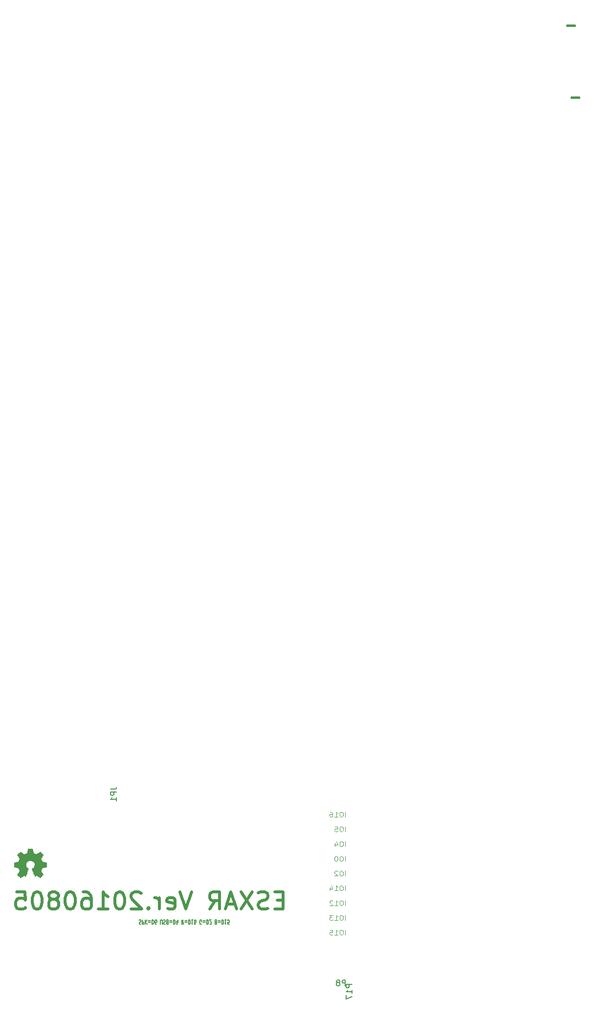
<source format=gbr>
G04 #@! TF.FileFunction,Legend,Bot*
%FSLAX46Y46*%
G04 Gerber Fmt 4.6, Leading zero omitted, Abs format (unit mm)*
G04 Created by KiCad (PCBNEW 4.0.2+dfsg1-stable) date 2016年08月05日 19時27分02秒*
%MOMM*%
G01*
G04 APERTURE LIST*
%ADD10C,0.100000*%
%ADD11C,0.381000*%
%ADD12C,0.500000*%
%ADD13C,0.132500*%
%ADD14C,0.002540*%
%ADD15C,0.150000*%
G04 APERTURE END LIST*
D10*
D11*
X235204000Y24130000D02*
X236474000Y24130000D01*
D10*
X196039714Y-100320000D02*
X196039714Y-99480000D01*
X195439715Y-99480000D02*
X195268286Y-99480000D01*
X195182572Y-99520000D01*
X195096858Y-99600000D01*
X195054000Y-99760000D01*
X195054000Y-100040000D01*
X195096858Y-100200000D01*
X195182572Y-100280000D01*
X195268286Y-100320000D01*
X195439715Y-100320000D01*
X195525429Y-100280000D01*
X195611143Y-100200000D01*
X195654000Y-100040000D01*
X195654000Y-99760000D01*
X195611143Y-99600000D01*
X195525429Y-99520000D01*
X195439715Y-99480000D01*
X194196858Y-100320000D02*
X194711143Y-100320000D01*
X194454001Y-100320000D02*
X194454001Y-99480000D01*
X194539715Y-99600000D01*
X194625429Y-99680000D01*
X194711143Y-99720000D01*
X193425429Y-99480000D02*
X193596858Y-99480000D01*
X193682572Y-99520000D01*
X193725429Y-99560000D01*
X193811143Y-99680000D01*
X193854000Y-99840000D01*
X193854000Y-100160000D01*
X193811143Y-100240000D01*
X193768286Y-100280000D01*
X193682572Y-100320000D01*
X193511143Y-100320000D01*
X193425429Y-100280000D01*
X193382572Y-100240000D01*
X193339715Y-100160000D01*
X193339715Y-99960000D01*
X193382572Y-99880000D01*
X193425429Y-99840000D01*
X193511143Y-99800000D01*
X193682572Y-99800000D01*
X193768286Y-99840000D01*
X193811143Y-99880000D01*
X193854000Y-99960000D01*
X196039714Y-102872000D02*
X196039714Y-102032000D01*
X195439715Y-102032000D02*
X195268286Y-102032000D01*
X195182572Y-102072000D01*
X195096858Y-102152000D01*
X195054000Y-102312000D01*
X195054000Y-102592000D01*
X195096858Y-102752000D01*
X195182572Y-102832000D01*
X195268286Y-102872000D01*
X195439715Y-102872000D01*
X195525429Y-102832000D01*
X195611143Y-102752000D01*
X195654000Y-102592000D01*
X195654000Y-102312000D01*
X195611143Y-102152000D01*
X195525429Y-102072000D01*
X195439715Y-102032000D01*
X194239715Y-102032000D02*
X194668286Y-102032000D01*
X194711143Y-102432000D01*
X194668286Y-102392000D01*
X194582572Y-102352000D01*
X194368286Y-102352000D01*
X194282572Y-102392000D01*
X194239715Y-102432000D01*
X194196858Y-102512000D01*
X194196858Y-102712000D01*
X194239715Y-102792000D01*
X194282572Y-102832000D01*
X194368286Y-102872000D01*
X194582572Y-102872000D01*
X194668286Y-102832000D01*
X194711143Y-102792000D01*
X196039714Y-105424000D02*
X196039714Y-104584000D01*
X195439715Y-104584000D02*
X195268286Y-104584000D01*
X195182572Y-104624000D01*
X195096858Y-104704000D01*
X195054000Y-104864000D01*
X195054000Y-105144000D01*
X195096858Y-105304000D01*
X195182572Y-105384000D01*
X195268286Y-105424000D01*
X195439715Y-105424000D01*
X195525429Y-105384000D01*
X195611143Y-105304000D01*
X195654000Y-105144000D01*
X195654000Y-104864000D01*
X195611143Y-104704000D01*
X195525429Y-104624000D01*
X195439715Y-104584000D01*
X194282572Y-104864000D02*
X194282572Y-105424000D01*
X194496858Y-104544000D02*
X194711143Y-105144000D01*
X194154001Y-105144000D01*
X196039714Y-107976000D02*
X196039714Y-107136000D01*
X195439715Y-107136000D02*
X195268286Y-107136000D01*
X195182572Y-107176000D01*
X195096858Y-107256000D01*
X195054000Y-107416000D01*
X195054000Y-107696000D01*
X195096858Y-107856000D01*
X195182572Y-107936000D01*
X195268286Y-107976000D01*
X195439715Y-107976000D01*
X195525429Y-107936000D01*
X195611143Y-107856000D01*
X195654000Y-107696000D01*
X195654000Y-107416000D01*
X195611143Y-107256000D01*
X195525429Y-107176000D01*
X195439715Y-107136000D01*
X194496858Y-107136000D02*
X194411143Y-107136000D01*
X194325429Y-107176000D01*
X194282572Y-107216000D01*
X194239715Y-107296000D01*
X194196858Y-107456000D01*
X194196858Y-107656000D01*
X194239715Y-107816000D01*
X194282572Y-107896000D01*
X194325429Y-107936000D01*
X194411143Y-107976000D01*
X194496858Y-107976000D01*
X194582572Y-107936000D01*
X194625429Y-107896000D01*
X194668286Y-107816000D01*
X194711143Y-107656000D01*
X194711143Y-107456000D01*
X194668286Y-107296000D01*
X194625429Y-107216000D01*
X194582572Y-107176000D01*
X194496858Y-107136000D01*
X196039714Y-110528000D02*
X196039714Y-109688000D01*
X195439715Y-109688000D02*
X195268286Y-109688000D01*
X195182572Y-109728000D01*
X195096858Y-109808000D01*
X195054000Y-109968000D01*
X195054000Y-110248000D01*
X195096858Y-110408000D01*
X195182572Y-110488000D01*
X195268286Y-110528000D01*
X195439715Y-110528000D01*
X195525429Y-110488000D01*
X195611143Y-110408000D01*
X195654000Y-110248000D01*
X195654000Y-109968000D01*
X195611143Y-109808000D01*
X195525429Y-109728000D01*
X195439715Y-109688000D01*
X194711143Y-109768000D02*
X194668286Y-109728000D01*
X194582572Y-109688000D01*
X194368286Y-109688000D01*
X194282572Y-109728000D01*
X194239715Y-109768000D01*
X194196858Y-109848000D01*
X194196858Y-109928000D01*
X194239715Y-110048000D01*
X194754001Y-110528000D01*
X194196858Y-110528000D01*
X196039714Y-113080000D02*
X196039714Y-112240000D01*
X195439715Y-112240000D02*
X195268286Y-112240000D01*
X195182572Y-112280000D01*
X195096858Y-112360000D01*
X195054000Y-112520000D01*
X195054000Y-112800000D01*
X195096858Y-112960000D01*
X195182572Y-113040000D01*
X195268286Y-113080000D01*
X195439715Y-113080000D01*
X195525429Y-113040000D01*
X195611143Y-112960000D01*
X195654000Y-112800000D01*
X195654000Y-112520000D01*
X195611143Y-112360000D01*
X195525429Y-112280000D01*
X195439715Y-112240000D01*
X194196858Y-113080000D02*
X194711143Y-113080000D01*
X194454001Y-113080000D02*
X194454001Y-112240000D01*
X194539715Y-112360000D01*
X194625429Y-112440000D01*
X194711143Y-112480000D01*
X193425429Y-112520000D02*
X193425429Y-113080000D01*
X193639715Y-112200000D02*
X193854000Y-112800000D01*
X193296858Y-112800000D01*
X196039714Y-115632000D02*
X196039714Y-114792000D01*
X195439715Y-114792000D02*
X195268286Y-114792000D01*
X195182572Y-114832000D01*
X195096858Y-114912000D01*
X195054000Y-115072000D01*
X195054000Y-115352000D01*
X195096858Y-115512000D01*
X195182572Y-115592000D01*
X195268286Y-115632000D01*
X195439715Y-115632000D01*
X195525429Y-115592000D01*
X195611143Y-115512000D01*
X195654000Y-115352000D01*
X195654000Y-115072000D01*
X195611143Y-114912000D01*
X195525429Y-114832000D01*
X195439715Y-114792000D01*
X194196858Y-115632000D02*
X194711143Y-115632000D01*
X194454001Y-115632000D02*
X194454001Y-114792000D01*
X194539715Y-114912000D01*
X194625429Y-114992000D01*
X194711143Y-115032000D01*
X193854000Y-114872000D02*
X193811143Y-114832000D01*
X193725429Y-114792000D01*
X193511143Y-114792000D01*
X193425429Y-114832000D01*
X193382572Y-114872000D01*
X193339715Y-114952000D01*
X193339715Y-115032000D01*
X193382572Y-115152000D01*
X193896858Y-115632000D01*
X193339715Y-115632000D01*
X196039714Y-118184000D02*
X196039714Y-117344000D01*
X195439715Y-117344000D02*
X195268286Y-117344000D01*
X195182572Y-117384000D01*
X195096858Y-117464000D01*
X195054000Y-117624000D01*
X195054000Y-117904000D01*
X195096858Y-118064000D01*
X195182572Y-118144000D01*
X195268286Y-118184000D01*
X195439715Y-118184000D01*
X195525429Y-118144000D01*
X195611143Y-118064000D01*
X195654000Y-117904000D01*
X195654000Y-117624000D01*
X195611143Y-117464000D01*
X195525429Y-117384000D01*
X195439715Y-117344000D01*
X194196858Y-118184000D02*
X194711143Y-118184000D01*
X194454001Y-118184000D02*
X194454001Y-117344000D01*
X194539715Y-117464000D01*
X194625429Y-117544000D01*
X194711143Y-117584000D01*
X193896858Y-117344000D02*
X193339715Y-117344000D01*
X193639715Y-117664000D01*
X193511143Y-117664000D01*
X193425429Y-117704000D01*
X193382572Y-117744000D01*
X193339715Y-117824000D01*
X193339715Y-118024000D01*
X193382572Y-118104000D01*
X193425429Y-118144000D01*
X193511143Y-118184000D01*
X193768286Y-118184000D01*
X193854000Y-118144000D01*
X193896858Y-118104000D01*
X196039714Y-120736000D02*
X196039714Y-119896000D01*
X195439715Y-119896000D02*
X195268286Y-119896000D01*
X195182572Y-119936000D01*
X195096858Y-120016000D01*
X195054000Y-120176000D01*
X195054000Y-120456000D01*
X195096858Y-120616000D01*
X195182572Y-120696000D01*
X195268286Y-120736000D01*
X195439715Y-120736000D01*
X195525429Y-120696000D01*
X195611143Y-120616000D01*
X195654000Y-120456000D01*
X195654000Y-120176000D01*
X195611143Y-120016000D01*
X195525429Y-119936000D01*
X195439715Y-119896000D01*
X194196858Y-120736000D02*
X194711143Y-120736000D01*
X194454001Y-120736000D02*
X194454001Y-119896000D01*
X194539715Y-120016000D01*
X194625429Y-120096000D01*
X194711143Y-120136000D01*
X193382572Y-119896000D02*
X193811143Y-119896000D01*
X193854000Y-120296000D01*
X193811143Y-120256000D01*
X193725429Y-120216000D01*
X193511143Y-120216000D01*
X193425429Y-120256000D01*
X193382572Y-120296000D01*
X193339715Y-120376000D01*
X193339715Y-120576000D01*
X193382572Y-120656000D01*
X193425429Y-120696000D01*
X193511143Y-120736000D01*
X193725429Y-120736000D01*
X193811143Y-120696000D01*
X193854000Y-120656000D01*
D12*
X185250429Y-114720714D02*
X184250429Y-114720714D01*
X183821858Y-116292143D02*
X185250429Y-116292143D01*
X185250429Y-113292143D01*
X183821858Y-113292143D01*
X182679000Y-116149286D02*
X182250429Y-116292143D01*
X181536143Y-116292143D01*
X181250429Y-116149286D01*
X181107572Y-116006429D01*
X180964715Y-115720714D01*
X180964715Y-115435000D01*
X181107572Y-115149286D01*
X181250429Y-115006429D01*
X181536143Y-114863571D01*
X182107572Y-114720714D01*
X182393286Y-114577857D01*
X182536143Y-114435000D01*
X182679000Y-114149286D01*
X182679000Y-113863571D01*
X182536143Y-113577857D01*
X182393286Y-113435000D01*
X182107572Y-113292143D01*
X181393286Y-113292143D01*
X180964715Y-113435000D01*
X179964715Y-113292143D02*
X177964715Y-116292143D01*
X177964715Y-113292143D02*
X179964715Y-116292143D01*
X176964714Y-115435000D02*
X175536143Y-115435000D01*
X177250429Y-116292143D02*
X176250429Y-113292143D01*
X175250429Y-116292143D01*
X172536143Y-116292143D02*
X173536143Y-114863571D01*
X174250428Y-116292143D02*
X174250428Y-113292143D01*
X173107571Y-113292143D01*
X172821857Y-113435000D01*
X172679000Y-113577857D01*
X172536143Y-113863571D01*
X172536143Y-114292143D01*
X172679000Y-114577857D01*
X172821857Y-114720714D01*
X173107571Y-114863571D01*
X174250428Y-114863571D01*
X169393286Y-113292143D02*
X168393286Y-116292143D01*
X167393286Y-113292143D01*
X165250428Y-116149286D02*
X165536142Y-116292143D01*
X166107571Y-116292143D01*
X166393285Y-116149286D01*
X166536142Y-115863571D01*
X166536142Y-114720714D01*
X166393285Y-114435000D01*
X166107571Y-114292143D01*
X165536142Y-114292143D01*
X165250428Y-114435000D01*
X165107571Y-114720714D01*
X165107571Y-115006429D01*
X166536142Y-115292143D01*
X163821856Y-116292143D02*
X163821856Y-114292143D01*
X163821856Y-114863571D02*
X163678999Y-114577857D01*
X163536142Y-114435000D01*
X163250428Y-114292143D01*
X162964713Y-114292143D01*
X161964713Y-116006429D02*
X161821856Y-116149286D01*
X161964713Y-116292143D01*
X162107570Y-116149286D01*
X161964713Y-116006429D01*
X161964713Y-116292143D01*
X160678999Y-113577857D02*
X160536142Y-113435000D01*
X160250428Y-113292143D01*
X159536142Y-113292143D01*
X159250428Y-113435000D01*
X159107571Y-113577857D01*
X158964714Y-113863571D01*
X158964714Y-114149286D01*
X159107571Y-114577857D01*
X160821857Y-116292143D01*
X158964714Y-116292143D01*
X157107571Y-113292143D02*
X156821856Y-113292143D01*
X156536142Y-113435000D01*
X156393285Y-113577857D01*
X156250428Y-113863571D01*
X156107571Y-114435000D01*
X156107571Y-115149286D01*
X156250428Y-115720714D01*
X156393285Y-116006429D01*
X156536142Y-116149286D01*
X156821856Y-116292143D01*
X157107571Y-116292143D01*
X157393285Y-116149286D01*
X157536142Y-116006429D01*
X157678999Y-115720714D01*
X157821856Y-115149286D01*
X157821856Y-114435000D01*
X157678999Y-113863571D01*
X157536142Y-113577857D01*
X157393285Y-113435000D01*
X157107571Y-113292143D01*
X153250428Y-116292143D02*
X154964713Y-116292143D01*
X154107571Y-116292143D02*
X154107571Y-113292143D01*
X154393285Y-113720714D01*
X154678999Y-114006429D01*
X154964713Y-114149286D01*
X150678999Y-113292143D02*
X151250428Y-113292143D01*
X151536142Y-113435000D01*
X151678999Y-113577857D01*
X151964713Y-114006429D01*
X152107570Y-114577857D01*
X152107570Y-115720714D01*
X151964713Y-116006429D01*
X151821856Y-116149286D01*
X151536142Y-116292143D01*
X150964713Y-116292143D01*
X150678999Y-116149286D01*
X150536142Y-116006429D01*
X150393285Y-115720714D01*
X150393285Y-115006429D01*
X150536142Y-114720714D01*
X150678999Y-114577857D01*
X150964713Y-114435000D01*
X151536142Y-114435000D01*
X151821856Y-114577857D01*
X151964713Y-114720714D01*
X152107570Y-115006429D01*
X148536142Y-113292143D02*
X148250427Y-113292143D01*
X147964713Y-113435000D01*
X147821856Y-113577857D01*
X147678999Y-113863571D01*
X147536142Y-114435000D01*
X147536142Y-115149286D01*
X147678999Y-115720714D01*
X147821856Y-116006429D01*
X147964713Y-116149286D01*
X148250427Y-116292143D01*
X148536142Y-116292143D01*
X148821856Y-116149286D01*
X148964713Y-116006429D01*
X149107570Y-115720714D01*
X149250427Y-115149286D01*
X149250427Y-114435000D01*
X149107570Y-113863571D01*
X148964713Y-113577857D01*
X148821856Y-113435000D01*
X148536142Y-113292143D01*
X145821856Y-114577857D02*
X146107570Y-114435000D01*
X146250427Y-114292143D01*
X146393284Y-114006429D01*
X146393284Y-113863571D01*
X146250427Y-113577857D01*
X146107570Y-113435000D01*
X145821856Y-113292143D01*
X145250427Y-113292143D01*
X144964713Y-113435000D01*
X144821856Y-113577857D01*
X144678999Y-113863571D01*
X144678999Y-114006429D01*
X144821856Y-114292143D01*
X144964713Y-114435000D01*
X145250427Y-114577857D01*
X145821856Y-114577857D01*
X146107570Y-114720714D01*
X146250427Y-114863571D01*
X146393284Y-115149286D01*
X146393284Y-115720714D01*
X146250427Y-116006429D01*
X146107570Y-116149286D01*
X145821856Y-116292143D01*
X145250427Y-116292143D01*
X144964713Y-116149286D01*
X144821856Y-116006429D01*
X144678999Y-115720714D01*
X144678999Y-115149286D01*
X144821856Y-114863571D01*
X144964713Y-114720714D01*
X145250427Y-114577857D01*
X142821856Y-113292143D02*
X142536141Y-113292143D01*
X142250427Y-113435000D01*
X142107570Y-113577857D01*
X141964713Y-113863571D01*
X141821856Y-114435000D01*
X141821856Y-115149286D01*
X141964713Y-115720714D01*
X142107570Y-116006429D01*
X142250427Y-116149286D01*
X142536141Y-116292143D01*
X142821856Y-116292143D01*
X143107570Y-116149286D01*
X143250427Y-116006429D01*
X143393284Y-115720714D01*
X143536141Y-115149286D01*
X143536141Y-114435000D01*
X143393284Y-113863571D01*
X143250427Y-113577857D01*
X143107570Y-113435000D01*
X142821856Y-113292143D01*
X139107570Y-113292143D02*
X140536141Y-113292143D01*
X140678998Y-114720714D01*
X140536141Y-114577857D01*
X140250427Y-114435000D01*
X139536141Y-114435000D01*
X139250427Y-114577857D01*
X139107570Y-114720714D01*
X138964713Y-115006429D01*
X138964713Y-115720714D01*
X139107570Y-116006429D01*
X139250427Y-116149286D01*
X139536141Y-116292143D01*
X140250427Y-116292143D01*
X140536141Y-116149286D01*
X140678998Y-116006429D01*
D13*
X160336809Y-118167190D02*
X160412524Y-118129095D01*
X160538714Y-118129095D01*
X160589190Y-118167190D01*
X160614428Y-118205286D01*
X160639667Y-118281476D01*
X160639667Y-118357667D01*
X160614428Y-118433857D01*
X160589190Y-118471952D01*
X160538714Y-118510048D01*
X160437762Y-118548143D01*
X160387286Y-118586238D01*
X160362047Y-118624333D01*
X160336809Y-118700524D01*
X160336809Y-118776714D01*
X160362047Y-118852905D01*
X160387286Y-118891000D01*
X160437762Y-118929095D01*
X160563952Y-118929095D01*
X160639667Y-118891000D01*
X160866809Y-118129095D02*
X160866809Y-118929095D01*
X161068714Y-118929095D01*
X161119190Y-118891000D01*
X161144429Y-118852905D01*
X161169667Y-118776714D01*
X161169667Y-118662429D01*
X161144429Y-118586238D01*
X161119190Y-118548143D01*
X161068714Y-118510048D01*
X160866809Y-118510048D01*
X161396809Y-118129095D02*
X161396809Y-118929095D01*
X161699667Y-118129095D02*
X161472524Y-118586238D01*
X161699667Y-118929095D02*
X161396809Y-118471952D01*
X161926809Y-118548143D02*
X162330619Y-118548143D01*
X162330619Y-118319571D02*
X161926809Y-118319571D01*
X162582999Y-118129095D02*
X162582999Y-118929095D01*
X162709190Y-118929095D01*
X162784904Y-118891000D01*
X162835380Y-118814810D01*
X162860619Y-118738619D01*
X162885857Y-118586238D01*
X162885857Y-118471952D01*
X162860619Y-118319571D01*
X162835380Y-118243381D01*
X162784904Y-118167190D01*
X162709190Y-118129095D01*
X162582999Y-118129095D01*
X163340142Y-118929095D02*
X163239190Y-118929095D01*
X163188714Y-118891000D01*
X163163476Y-118852905D01*
X163112999Y-118738619D01*
X163087761Y-118586238D01*
X163087761Y-118281476D01*
X163112999Y-118205286D01*
X163138238Y-118167190D01*
X163188714Y-118129095D01*
X163289666Y-118129095D01*
X163340142Y-118167190D01*
X163365380Y-118205286D01*
X163390619Y-118281476D01*
X163390619Y-118471952D01*
X163365380Y-118548143D01*
X163340142Y-118586238D01*
X163289666Y-118624333D01*
X163188714Y-118624333D01*
X163138238Y-118586238D01*
X163112999Y-118548143D01*
X163087761Y-118471952D01*
X164021571Y-118929095D02*
X164021571Y-118281476D01*
X164046810Y-118205286D01*
X164072048Y-118167190D01*
X164122524Y-118129095D01*
X164223476Y-118129095D01*
X164273952Y-118167190D01*
X164299191Y-118205286D01*
X164324429Y-118281476D01*
X164324429Y-118929095D01*
X164551571Y-118167190D02*
X164627286Y-118129095D01*
X164753476Y-118129095D01*
X164803952Y-118167190D01*
X164829190Y-118205286D01*
X164854429Y-118281476D01*
X164854429Y-118357667D01*
X164829190Y-118433857D01*
X164803952Y-118471952D01*
X164753476Y-118510048D01*
X164652524Y-118548143D01*
X164602048Y-118586238D01*
X164576809Y-118624333D01*
X164551571Y-118700524D01*
X164551571Y-118776714D01*
X164576809Y-118852905D01*
X164602048Y-118891000D01*
X164652524Y-118929095D01*
X164778714Y-118929095D01*
X164854429Y-118891000D01*
X165258238Y-118548143D02*
X165333952Y-118510048D01*
X165359191Y-118471952D01*
X165384429Y-118395762D01*
X165384429Y-118281476D01*
X165359191Y-118205286D01*
X165333952Y-118167190D01*
X165283476Y-118129095D01*
X165081571Y-118129095D01*
X165081571Y-118929095D01*
X165258238Y-118929095D01*
X165308714Y-118891000D01*
X165333952Y-118852905D01*
X165359191Y-118776714D01*
X165359191Y-118700524D01*
X165333952Y-118624333D01*
X165308714Y-118586238D01*
X165258238Y-118548143D01*
X165081571Y-118548143D01*
X165611571Y-118548143D02*
X166015381Y-118548143D01*
X166015381Y-118319571D02*
X165611571Y-118319571D01*
X166267761Y-118129095D02*
X166267761Y-118929095D01*
X166393952Y-118929095D01*
X166469666Y-118891000D01*
X166520142Y-118814810D01*
X166545381Y-118738619D01*
X166570619Y-118586238D01*
X166570619Y-118471952D01*
X166545381Y-118319571D01*
X166520142Y-118243381D01*
X166469666Y-118167190D01*
X166393952Y-118129095D01*
X166267761Y-118129095D01*
X167024904Y-118662429D02*
X167024904Y-118129095D01*
X166898714Y-118967190D02*
X166772523Y-118395762D01*
X167100619Y-118395762D01*
X168009191Y-118129095D02*
X167832524Y-118510048D01*
X167706333Y-118129095D02*
X167706333Y-118929095D01*
X167908238Y-118929095D01*
X167958714Y-118891000D01*
X167983953Y-118852905D01*
X168009191Y-118776714D01*
X168009191Y-118662429D01*
X167983953Y-118586238D01*
X167958714Y-118548143D01*
X167908238Y-118510048D01*
X167706333Y-118510048D01*
X168236333Y-118548143D02*
X168640143Y-118548143D01*
X168640143Y-118319571D02*
X168236333Y-118319571D01*
X168892523Y-118129095D02*
X168892523Y-118929095D01*
X169018714Y-118929095D01*
X169094428Y-118891000D01*
X169144904Y-118814810D01*
X169170143Y-118738619D01*
X169195381Y-118586238D01*
X169195381Y-118471952D01*
X169170143Y-118319571D01*
X169144904Y-118243381D01*
X169094428Y-118167190D01*
X169018714Y-118129095D01*
X168892523Y-118129095D01*
X169700143Y-118129095D02*
X169397285Y-118129095D01*
X169548714Y-118129095D02*
X169548714Y-118929095D01*
X169498238Y-118814810D01*
X169447762Y-118738619D01*
X169397285Y-118700524D01*
X170154428Y-118929095D02*
X170053476Y-118929095D01*
X170003000Y-118891000D01*
X169977762Y-118852905D01*
X169927285Y-118738619D01*
X169902047Y-118586238D01*
X169902047Y-118281476D01*
X169927285Y-118205286D01*
X169952524Y-118167190D01*
X170003000Y-118129095D01*
X170103952Y-118129095D01*
X170154428Y-118167190D01*
X170179666Y-118205286D01*
X170204905Y-118281476D01*
X170204905Y-118471952D01*
X170179666Y-118548143D01*
X170154428Y-118586238D01*
X170103952Y-118624333D01*
X170003000Y-118624333D01*
X169952524Y-118586238D01*
X169927285Y-118548143D01*
X169902047Y-118471952D01*
X171113477Y-118891000D02*
X171063000Y-118929095D01*
X170987286Y-118929095D01*
X170911572Y-118891000D01*
X170861096Y-118814810D01*
X170835857Y-118738619D01*
X170810619Y-118586238D01*
X170810619Y-118471952D01*
X170835857Y-118319571D01*
X170861096Y-118243381D01*
X170911572Y-118167190D01*
X170987286Y-118129095D01*
X171037762Y-118129095D01*
X171113477Y-118167190D01*
X171138715Y-118205286D01*
X171138715Y-118471952D01*
X171037762Y-118471952D01*
X171365857Y-118548143D02*
X171769667Y-118548143D01*
X171769667Y-118319571D02*
X171365857Y-118319571D01*
X172022047Y-118129095D02*
X172022047Y-118929095D01*
X172148238Y-118929095D01*
X172223952Y-118891000D01*
X172274428Y-118814810D01*
X172299667Y-118738619D01*
X172324905Y-118586238D01*
X172324905Y-118471952D01*
X172299667Y-118319571D01*
X172274428Y-118243381D01*
X172223952Y-118167190D01*
X172148238Y-118129095D01*
X172022047Y-118129095D01*
X172526809Y-118852905D02*
X172552047Y-118891000D01*
X172602524Y-118929095D01*
X172728714Y-118929095D01*
X172779190Y-118891000D01*
X172804428Y-118852905D01*
X172829667Y-118776714D01*
X172829667Y-118700524D01*
X172804428Y-118586238D01*
X172501571Y-118129095D01*
X172829667Y-118129095D01*
X173637286Y-118548143D02*
X173713000Y-118510048D01*
X173738239Y-118471952D01*
X173763477Y-118395762D01*
X173763477Y-118281476D01*
X173738239Y-118205286D01*
X173713000Y-118167190D01*
X173662524Y-118129095D01*
X173460619Y-118129095D01*
X173460619Y-118929095D01*
X173637286Y-118929095D01*
X173687762Y-118891000D01*
X173713000Y-118852905D01*
X173738239Y-118776714D01*
X173738239Y-118700524D01*
X173713000Y-118624333D01*
X173687762Y-118586238D01*
X173637286Y-118548143D01*
X173460619Y-118548143D01*
X173990619Y-118548143D02*
X174394429Y-118548143D01*
X174394429Y-118319571D02*
X173990619Y-118319571D01*
X174646809Y-118129095D02*
X174646809Y-118929095D01*
X174773000Y-118929095D01*
X174848714Y-118891000D01*
X174899190Y-118814810D01*
X174924429Y-118738619D01*
X174949667Y-118586238D01*
X174949667Y-118471952D01*
X174924429Y-118319571D01*
X174899190Y-118243381D01*
X174848714Y-118167190D01*
X174773000Y-118129095D01*
X174646809Y-118129095D01*
X175454429Y-118129095D02*
X175151571Y-118129095D01*
X175303000Y-118129095D02*
X175303000Y-118929095D01*
X175252524Y-118814810D01*
X175202048Y-118738619D01*
X175151571Y-118700524D01*
X175933952Y-118929095D02*
X175681571Y-118929095D01*
X175656333Y-118548143D01*
X175681571Y-118586238D01*
X175732048Y-118624333D01*
X175858238Y-118624333D01*
X175908714Y-118586238D01*
X175933952Y-118548143D01*
X175959191Y-118471952D01*
X175959191Y-118281476D01*
X175933952Y-118205286D01*
X175908714Y-118167190D01*
X175858238Y-118129095D01*
X175732048Y-118129095D01*
X175681571Y-118167190D01*
X175656333Y-118205286D01*
D11*
X234442000Y36576000D02*
X235712000Y36576000D01*
D14*
G36*
X143164560Y-110830360D02*
X143134080Y-110815120D01*
X143070580Y-110774480D01*
X142976600Y-110713520D01*
X142867380Y-110639860D01*
X142755620Y-110563660D01*
X142666720Y-110502700D01*
X142603220Y-110462060D01*
X142575280Y-110449360D01*
X142562580Y-110454440D01*
X142509240Y-110479840D01*
X142433040Y-110517940D01*
X142389860Y-110540800D01*
X142318740Y-110571280D01*
X142285720Y-110576360D01*
X142278100Y-110568740D01*
X142252700Y-110515400D01*
X142214600Y-110423960D01*
X142161260Y-110302040D01*
X142100300Y-110162340D01*
X142036800Y-110009940D01*
X141970760Y-109855000D01*
X141909800Y-109705140D01*
X141856460Y-109573060D01*
X141813280Y-109463840D01*
X141782800Y-109390180D01*
X141772640Y-109357160D01*
X141775180Y-109349540D01*
X141810740Y-109316520D01*
X141871700Y-109270800D01*
X142003780Y-109164120D01*
X142133320Y-109001560D01*
X142212060Y-108816140D01*
X142240000Y-108612940D01*
X142217140Y-108422440D01*
X142140940Y-108239560D01*
X142013940Y-108077000D01*
X141861540Y-107955080D01*
X141681200Y-107876340D01*
X141478000Y-107853480D01*
X141284960Y-107873800D01*
X141099540Y-107947460D01*
X140934440Y-108071920D01*
X140865860Y-108153200D01*
X140769340Y-108318300D01*
X140716000Y-108496100D01*
X140708380Y-108541820D01*
X140718540Y-108737400D01*
X140774420Y-108922820D01*
X140878560Y-109090460D01*
X141020800Y-109227620D01*
X141038580Y-109242860D01*
X141107160Y-109291120D01*
X141150340Y-109326680D01*
X141185900Y-109354620D01*
X140936980Y-109954060D01*
X140896340Y-110048040D01*
X140827760Y-110213140D01*
X140769340Y-110352840D01*
X140721080Y-110464600D01*
X140688060Y-110540800D01*
X140672820Y-110571280D01*
X140670280Y-110571280D01*
X140649960Y-110576360D01*
X140604240Y-110558580D01*
X140520420Y-110517940D01*
X140464540Y-110490000D01*
X140401040Y-110459520D01*
X140373100Y-110449360D01*
X140347700Y-110462060D01*
X140286740Y-110500160D01*
X140197840Y-110561120D01*
X140091160Y-110634780D01*
X139989560Y-110703360D01*
X139895580Y-110764320D01*
X139827000Y-110807500D01*
X139793980Y-110825280D01*
X139788900Y-110825280D01*
X139758420Y-110810040D01*
X139705080Y-110764320D01*
X139623800Y-110688120D01*
X139506960Y-110573820D01*
X139489180Y-110556040D01*
X139395200Y-110459520D01*
X139319000Y-110378240D01*
X139265660Y-110322360D01*
X139247880Y-110294420D01*
X139247880Y-110294420D01*
X139265660Y-110261400D01*
X139308840Y-110195360D01*
X139369800Y-110098840D01*
X139446000Y-109987080D01*
X139644120Y-109700060D01*
X139534900Y-109428280D01*
X139501880Y-109344460D01*
X139458700Y-109242860D01*
X139428220Y-109171740D01*
X139412980Y-109138720D01*
X139382500Y-109128560D01*
X139308840Y-109110780D01*
X139199620Y-109087920D01*
X139070080Y-109065060D01*
X138948160Y-109042200D01*
X138838940Y-109021880D01*
X138757660Y-109006640D01*
X138722100Y-108999020D01*
X138711940Y-108993940D01*
X138706860Y-108976160D01*
X138701780Y-108938060D01*
X138699240Y-108872020D01*
X138696700Y-108765340D01*
X138696700Y-108612940D01*
X138696700Y-108595160D01*
X138699240Y-108447840D01*
X138701780Y-108333540D01*
X138704320Y-108257340D01*
X138709400Y-108226860D01*
X138709400Y-108226860D01*
X138744960Y-108219240D01*
X138823700Y-108201460D01*
X138932920Y-108181140D01*
X139065000Y-108155740D01*
X139075160Y-108153200D01*
X139204700Y-108127800D01*
X139316460Y-108104940D01*
X139392660Y-108087160D01*
X139425680Y-108077000D01*
X139433300Y-108066840D01*
X139458700Y-108016040D01*
X139496800Y-107934760D01*
X139539980Y-107835700D01*
X139583160Y-107731560D01*
X139621260Y-107640120D01*
X139646660Y-107569000D01*
X139654280Y-107538520D01*
X139651740Y-107538520D01*
X139633960Y-107505500D01*
X139588240Y-107436920D01*
X139524740Y-107342940D01*
X139446000Y-107231180D01*
X139440920Y-107223560D01*
X139364720Y-107111800D01*
X139303760Y-107017820D01*
X139263120Y-106949240D01*
X139247880Y-106918760D01*
X139247880Y-106918760D01*
X139273280Y-106885740D01*
X139329160Y-106822240D01*
X139410440Y-106735880D01*
X139509500Y-106639360D01*
X139539980Y-106608880D01*
X139646660Y-106502200D01*
X139722860Y-106433620D01*
X139768580Y-106395520D01*
X139791440Y-106387900D01*
X139793980Y-106387900D01*
X139827000Y-106408220D01*
X139895580Y-106453940D01*
X139992100Y-106519980D01*
X140103860Y-106596180D01*
X140111480Y-106601260D01*
X140223240Y-106677460D01*
X140317220Y-106740960D01*
X140383260Y-106784140D01*
X140411200Y-106801920D01*
X140416280Y-106801920D01*
X140462000Y-106786680D01*
X140540740Y-106758740D01*
X140637260Y-106723180D01*
X140741400Y-106680000D01*
X140832840Y-106641900D01*
X140903960Y-106608880D01*
X140936980Y-106591100D01*
X140936980Y-106588560D01*
X140949680Y-106550460D01*
X140970000Y-106466640D01*
X140992860Y-106352340D01*
X141018260Y-106215180D01*
X141023340Y-106192320D01*
X141048740Y-106060240D01*
X141069060Y-105951020D01*
X141084300Y-105874820D01*
X141091920Y-105844340D01*
X141112240Y-105839260D01*
X141175740Y-105834180D01*
X141274800Y-105831640D01*
X141394180Y-105831640D01*
X141518640Y-105831640D01*
X141643100Y-105834180D01*
X141747240Y-105839260D01*
X141823440Y-105844340D01*
X141853920Y-105849420D01*
X141853920Y-105851960D01*
X141866620Y-105892600D01*
X141884400Y-105976420D01*
X141907260Y-106090720D01*
X141935200Y-106227880D01*
X141940280Y-106253280D01*
X141963140Y-106385360D01*
X141986000Y-106492040D01*
X142001240Y-106568240D01*
X142011400Y-106596180D01*
X142021560Y-106603800D01*
X142077440Y-106626660D01*
X142166340Y-106664760D01*
X142275560Y-106707940D01*
X142529560Y-106812080D01*
X142841980Y-106596180D01*
X142872460Y-106578400D01*
X142984220Y-106502200D01*
X143075660Y-106438700D01*
X143139160Y-106398060D01*
X143167100Y-106382820D01*
X143169640Y-106385360D01*
X143200120Y-106410760D01*
X143261080Y-106469180D01*
X143347440Y-106553000D01*
X143443960Y-106649520D01*
X143517620Y-106723180D01*
X143603980Y-106809540D01*
X143657320Y-106867960D01*
X143687800Y-106906060D01*
X143697960Y-106928920D01*
X143695420Y-106944160D01*
X143675100Y-106977180D01*
X143629380Y-107045760D01*
X143565880Y-107139740D01*
X143489680Y-107251500D01*
X143426180Y-107342940D01*
X143360140Y-107447080D01*
X143314420Y-107523280D01*
X143299180Y-107558840D01*
X143304260Y-107574080D01*
X143324580Y-107635040D01*
X143362680Y-107729020D01*
X143408400Y-107838240D01*
X143517620Y-108084620D01*
X143680180Y-108117640D01*
X143779240Y-108135420D01*
X143916400Y-108160820D01*
X144045940Y-108186220D01*
X144251680Y-108226860D01*
X144259300Y-108978700D01*
X144228820Y-108993940D01*
X144198340Y-109001560D01*
X144122140Y-109019340D01*
X144012920Y-109039660D01*
X143885920Y-109065060D01*
X143776700Y-109085380D01*
X143664940Y-109105700D01*
X143586200Y-109120940D01*
X143550640Y-109128560D01*
X143543020Y-109138720D01*
X143515080Y-109192060D01*
X143476980Y-109278420D01*
X143433800Y-109380020D01*
X143388080Y-109484160D01*
X143349980Y-109583220D01*
X143322040Y-109656880D01*
X143311880Y-109694980D01*
X143327120Y-109722920D01*
X143370300Y-109788960D01*
X143431260Y-109880400D01*
X143504920Y-109989620D01*
X143578580Y-110098840D01*
X143642080Y-110192820D01*
X143685260Y-110258860D01*
X143705580Y-110289340D01*
X143695420Y-110312200D01*
X143652240Y-110363000D01*
X143568420Y-110449360D01*
X143446500Y-110571280D01*
X143426180Y-110589060D01*
X143329660Y-110683040D01*
X143245840Y-110759240D01*
X143189960Y-110810040D01*
X143164560Y-110830360D01*
X143164560Y-110830360D01*
G37*
X143164560Y-110830360D02*
X143134080Y-110815120D01*
X143070580Y-110774480D01*
X142976600Y-110713520D01*
X142867380Y-110639860D01*
X142755620Y-110563660D01*
X142666720Y-110502700D01*
X142603220Y-110462060D01*
X142575280Y-110449360D01*
X142562580Y-110454440D01*
X142509240Y-110479840D01*
X142433040Y-110517940D01*
X142389860Y-110540800D01*
X142318740Y-110571280D01*
X142285720Y-110576360D01*
X142278100Y-110568740D01*
X142252700Y-110515400D01*
X142214600Y-110423960D01*
X142161260Y-110302040D01*
X142100300Y-110162340D01*
X142036800Y-110009940D01*
X141970760Y-109855000D01*
X141909800Y-109705140D01*
X141856460Y-109573060D01*
X141813280Y-109463840D01*
X141782800Y-109390180D01*
X141772640Y-109357160D01*
X141775180Y-109349540D01*
X141810740Y-109316520D01*
X141871700Y-109270800D01*
X142003780Y-109164120D01*
X142133320Y-109001560D01*
X142212060Y-108816140D01*
X142240000Y-108612940D01*
X142217140Y-108422440D01*
X142140940Y-108239560D01*
X142013940Y-108077000D01*
X141861540Y-107955080D01*
X141681200Y-107876340D01*
X141478000Y-107853480D01*
X141284960Y-107873800D01*
X141099540Y-107947460D01*
X140934440Y-108071920D01*
X140865860Y-108153200D01*
X140769340Y-108318300D01*
X140716000Y-108496100D01*
X140708380Y-108541820D01*
X140718540Y-108737400D01*
X140774420Y-108922820D01*
X140878560Y-109090460D01*
X141020800Y-109227620D01*
X141038580Y-109242860D01*
X141107160Y-109291120D01*
X141150340Y-109326680D01*
X141185900Y-109354620D01*
X140936980Y-109954060D01*
X140896340Y-110048040D01*
X140827760Y-110213140D01*
X140769340Y-110352840D01*
X140721080Y-110464600D01*
X140688060Y-110540800D01*
X140672820Y-110571280D01*
X140670280Y-110571280D01*
X140649960Y-110576360D01*
X140604240Y-110558580D01*
X140520420Y-110517940D01*
X140464540Y-110490000D01*
X140401040Y-110459520D01*
X140373100Y-110449360D01*
X140347700Y-110462060D01*
X140286740Y-110500160D01*
X140197840Y-110561120D01*
X140091160Y-110634780D01*
X139989560Y-110703360D01*
X139895580Y-110764320D01*
X139827000Y-110807500D01*
X139793980Y-110825280D01*
X139788900Y-110825280D01*
X139758420Y-110810040D01*
X139705080Y-110764320D01*
X139623800Y-110688120D01*
X139506960Y-110573820D01*
X139489180Y-110556040D01*
X139395200Y-110459520D01*
X139319000Y-110378240D01*
X139265660Y-110322360D01*
X139247880Y-110294420D01*
X139247880Y-110294420D01*
X139265660Y-110261400D01*
X139308840Y-110195360D01*
X139369800Y-110098840D01*
X139446000Y-109987080D01*
X139644120Y-109700060D01*
X139534900Y-109428280D01*
X139501880Y-109344460D01*
X139458700Y-109242860D01*
X139428220Y-109171740D01*
X139412980Y-109138720D01*
X139382500Y-109128560D01*
X139308840Y-109110780D01*
X139199620Y-109087920D01*
X139070080Y-109065060D01*
X138948160Y-109042200D01*
X138838940Y-109021880D01*
X138757660Y-109006640D01*
X138722100Y-108999020D01*
X138711940Y-108993940D01*
X138706860Y-108976160D01*
X138701780Y-108938060D01*
X138699240Y-108872020D01*
X138696700Y-108765340D01*
X138696700Y-108612940D01*
X138696700Y-108595160D01*
X138699240Y-108447840D01*
X138701780Y-108333540D01*
X138704320Y-108257340D01*
X138709400Y-108226860D01*
X138709400Y-108226860D01*
X138744960Y-108219240D01*
X138823700Y-108201460D01*
X138932920Y-108181140D01*
X139065000Y-108155740D01*
X139075160Y-108153200D01*
X139204700Y-108127800D01*
X139316460Y-108104940D01*
X139392660Y-108087160D01*
X139425680Y-108077000D01*
X139433300Y-108066840D01*
X139458700Y-108016040D01*
X139496800Y-107934760D01*
X139539980Y-107835700D01*
X139583160Y-107731560D01*
X139621260Y-107640120D01*
X139646660Y-107569000D01*
X139654280Y-107538520D01*
X139651740Y-107538520D01*
X139633960Y-107505500D01*
X139588240Y-107436920D01*
X139524740Y-107342940D01*
X139446000Y-107231180D01*
X139440920Y-107223560D01*
X139364720Y-107111800D01*
X139303760Y-107017820D01*
X139263120Y-106949240D01*
X139247880Y-106918760D01*
X139247880Y-106918760D01*
X139273280Y-106885740D01*
X139329160Y-106822240D01*
X139410440Y-106735880D01*
X139509500Y-106639360D01*
X139539980Y-106608880D01*
X139646660Y-106502200D01*
X139722860Y-106433620D01*
X139768580Y-106395520D01*
X139791440Y-106387900D01*
X139793980Y-106387900D01*
X139827000Y-106408220D01*
X139895580Y-106453940D01*
X139992100Y-106519980D01*
X140103860Y-106596180D01*
X140111480Y-106601260D01*
X140223240Y-106677460D01*
X140317220Y-106740960D01*
X140383260Y-106784140D01*
X140411200Y-106801920D01*
X140416280Y-106801920D01*
X140462000Y-106786680D01*
X140540740Y-106758740D01*
X140637260Y-106723180D01*
X140741400Y-106680000D01*
X140832840Y-106641900D01*
X140903960Y-106608880D01*
X140936980Y-106591100D01*
X140936980Y-106588560D01*
X140949680Y-106550460D01*
X140970000Y-106466640D01*
X140992860Y-106352340D01*
X141018260Y-106215180D01*
X141023340Y-106192320D01*
X141048740Y-106060240D01*
X141069060Y-105951020D01*
X141084300Y-105874820D01*
X141091920Y-105844340D01*
X141112240Y-105839260D01*
X141175740Y-105834180D01*
X141274800Y-105831640D01*
X141394180Y-105831640D01*
X141518640Y-105831640D01*
X141643100Y-105834180D01*
X141747240Y-105839260D01*
X141823440Y-105844340D01*
X141853920Y-105849420D01*
X141853920Y-105851960D01*
X141866620Y-105892600D01*
X141884400Y-105976420D01*
X141907260Y-106090720D01*
X141935200Y-106227880D01*
X141940280Y-106253280D01*
X141963140Y-106385360D01*
X141986000Y-106492040D01*
X142001240Y-106568240D01*
X142011400Y-106596180D01*
X142021560Y-106603800D01*
X142077440Y-106626660D01*
X142166340Y-106664760D01*
X142275560Y-106707940D01*
X142529560Y-106812080D01*
X142841980Y-106596180D01*
X142872460Y-106578400D01*
X142984220Y-106502200D01*
X143075660Y-106438700D01*
X143139160Y-106398060D01*
X143167100Y-106382820D01*
X143169640Y-106385360D01*
X143200120Y-106410760D01*
X143261080Y-106469180D01*
X143347440Y-106553000D01*
X143443960Y-106649520D01*
X143517620Y-106723180D01*
X143603980Y-106809540D01*
X143657320Y-106867960D01*
X143687800Y-106906060D01*
X143697960Y-106928920D01*
X143695420Y-106944160D01*
X143675100Y-106977180D01*
X143629380Y-107045760D01*
X143565880Y-107139740D01*
X143489680Y-107251500D01*
X143426180Y-107342940D01*
X143360140Y-107447080D01*
X143314420Y-107523280D01*
X143299180Y-107558840D01*
X143304260Y-107574080D01*
X143324580Y-107635040D01*
X143362680Y-107729020D01*
X143408400Y-107838240D01*
X143517620Y-108084620D01*
X143680180Y-108117640D01*
X143779240Y-108135420D01*
X143916400Y-108160820D01*
X144045940Y-108186220D01*
X144251680Y-108226860D01*
X144259300Y-108978700D01*
X144228820Y-108993940D01*
X144198340Y-109001560D01*
X144122140Y-109019340D01*
X144012920Y-109039660D01*
X143885920Y-109065060D01*
X143776700Y-109085380D01*
X143664940Y-109105700D01*
X143586200Y-109120940D01*
X143550640Y-109128560D01*
X143543020Y-109138720D01*
X143515080Y-109192060D01*
X143476980Y-109278420D01*
X143433800Y-109380020D01*
X143388080Y-109484160D01*
X143349980Y-109583220D01*
X143322040Y-109656880D01*
X143311880Y-109694980D01*
X143327120Y-109722920D01*
X143370300Y-109788960D01*
X143431260Y-109880400D01*
X143504920Y-109989620D01*
X143578580Y-110098840D01*
X143642080Y-110192820D01*
X143685260Y-110258860D01*
X143705580Y-110289340D01*
X143695420Y-110312200D01*
X143652240Y-110363000D01*
X143568420Y-110449360D01*
X143446500Y-110571280D01*
X143426180Y-110589060D01*
X143329660Y-110683040D01*
X143245840Y-110759240D01*
X143189960Y-110810040D01*
X143164560Y-110830360D01*
D15*
X197175381Y-129341714D02*
X196175381Y-129341714D01*
X196175381Y-129722667D01*
X196223000Y-129817905D01*
X196270619Y-129865524D01*
X196365857Y-129913143D01*
X196508714Y-129913143D01*
X196603952Y-129865524D01*
X196651571Y-129817905D01*
X196699190Y-129722667D01*
X196699190Y-129341714D01*
X197175381Y-130865524D02*
X197175381Y-130294095D01*
X197175381Y-130579809D02*
X196175381Y-130579809D01*
X196318238Y-130484571D01*
X196413476Y-130389333D01*
X196461095Y-130294095D01*
X196175381Y-131198857D02*
X196175381Y-131865524D01*
X197175381Y-131436952D01*
X196046730Y-129539901D02*
X196046730Y-128539901D01*
X195665777Y-128539901D01*
X195570539Y-128587520D01*
X195522920Y-128635139D01*
X195475301Y-128730377D01*
X195475301Y-128873234D01*
X195522920Y-128968472D01*
X195570539Y-129016091D01*
X195665777Y-129063710D01*
X196046730Y-129063710D01*
X194903873Y-128968472D02*
X194999111Y-128920853D01*
X195046730Y-128873234D01*
X195094349Y-128777996D01*
X195094349Y-128730377D01*
X195046730Y-128635139D01*
X194999111Y-128587520D01*
X194903873Y-128539901D01*
X194713396Y-128539901D01*
X194618158Y-128587520D01*
X194570539Y-128635139D01*
X194522920Y-128730377D01*
X194522920Y-128777996D01*
X194570539Y-128873234D01*
X194618158Y-128920853D01*
X194713396Y-128968472D01*
X194903873Y-128968472D01*
X194999111Y-129016091D01*
X195046730Y-129063710D01*
X195094349Y-129158949D01*
X195094349Y-129349425D01*
X195046730Y-129444663D01*
X194999111Y-129492282D01*
X194903873Y-129539901D01*
X194713396Y-129539901D01*
X194618158Y-129492282D01*
X194570539Y-129444663D01*
X194522920Y-129349425D01*
X194522920Y-129158949D01*
X194570539Y-129063710D01*
X194618158Y-129016091D01*
X194713396Y-128968472D01*
X155408381Y-95559667D02*
X156122667Y-95559667D01*
X156265524Y-95512047D01*
X156360762Y-95416809D01*
X156408381Y-95273952D01*
X156408381Y-95178714D01*
X156408381Y-96035857D02*
X155408381Y-96035857D01*
X155408381Y-96416810D01*
X155456000Y-96512048D01*
X155503619Y-96559667D01*
X155598857Y-96607286D01*
X155741714Y-96607286D01*
X155836952Y-96559667D01*
X155884571Y-96512048D01*
X155932190Y-96416810D01*
X155932190Y-96035857D01*
X156408381Y-97559667D02*
X156408381Y-96988238D01*
X156408381Y-97273952D02*
X155408381Y-97273952D01*
X155551238Y-97178714D01*
X155646476Y-97083476D01*
X155694095Y-96988238D01*
M02*

</source>
